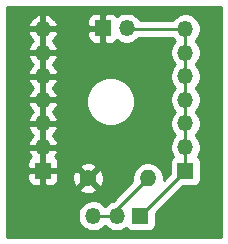
<source format=gtl>
%TF.GenerationSoftware,KiCad,Pcbnew,(5.1.12-1-10_14)*%
%TF.CreationDate,2021-12-06T02:25:41+01:00*%
%TF.ProjectId,contraddictionLamp_signals,636f6e74-7261-4646-9469-6374696f6e4c,1*%
%TF.SameCoordinates,Original*%
%TF.FileFunction,Copper,L1,Top*%
%TF.FilePolarity,Positive*%
%FSLAX46Y46*%
G04 Gerber Fmt 4.6, Leading zero omitted, Abs format (unit mm)*
G04 Created by KiCad (PCBNEW (5.1.12-1-10_14)) date 2021-12-06 02:25:41*
%MOMM*%
%LPD*%
G01*
G04 APERTURE LIST*
%TA.AperFunction,ComponentPad*%
%ADD10O,1.400000X1.400000*%
%TD*%
%TA.AperFunction,ComponentPad*%
%ADD11C,1.400000*%
%TD*%
%TA.AperFunction,ComponentPad*%
%ADD12O,1.350000X1.350000*%
%TD*%
%TA.AperFunction,ComponentPad*%
%ADD13R,1.350000X1.350000*%
%TD*%
%TA.AperFunction,Conductor*%
%ADD14C,0.250000*%
%TD*%
%TA.AperFunction,Conductor*%
%ADD15C,0.254000*%
%TD*%
%TA.AperFunction,Conductor*%
%ADD16C,0.100000*%
%TD*%
G04 APERTURE END LIST*
D10*
%TO.P,R1,2*%
%TO.N,Net-(J4-Pad2)*%
X116205000Y-92075000D03*
D11*
%TO.P,R1,1*%
%TO.N,/Gnd*%
X111125000Y-92075000D03*
%TD*%
D12*
%TO.P,J4,3*%
%TO.N,Net-(J4-Pad2)*%
X111570000Y-95250000D03*
%TO.P,J4,2*%
X113570000Y-95250000D03*
D13*
%TO.P,J4,1*%
%TO.N,/+5v*%
X115570000Y-95250000D03*
%TD*%
D12*
%TO.P,J3,7*%
%TO.N,/+5v*%
X119380000Y-79440000D03*
%TO.P,J3,6*%
X119380000Y-81440000D03*
%TO.P,J3,5*%
X119380000Y-83440000D03*
%TO.P,J3,4*%
X119380000Y-85440000D03*
%TO.P,J3,3*%
X119380000Y-87440000D03*
%TO.P,J3,2*%
X119380000Y-89440000D03*
D13*
%TO.P,J3,1*%
X119380000Y-91440000D03*
%TD*%
D12*
%TO.P,J2,2*%
%TO.N,/+5v*%
X114395000Y-79375000D03*
D13*
%TO.P,J2,1*%
%TO.N,/Gnd*%
X112395000Y-79375000D03*
%TD*%
D12*
%TO.P,J1,7*%
%TO.N,/Gnd*%
X107315000Y-79440000D03*
%TO.P,J1,6*%
X107315000Y-81440000D03*
%TO.P,J1,5*%
X107315000Y-83440000D03*
%TO.P,J1,4*%
X107315000Y-85440000D03*
%TO.P,J1,3*%
X107315000Y-87440000D03*
%TO.P,J1,2*%
X107315000Y-89440000D03*
D13*
%TO.P,J1,1*%
X107315000Y-91440000D03*
%TD*%
D14*
%TO.N,/Gnd*%
X112330000Y-79440000D02*
X112395000Y-79375000D01*
X107315000Y-79440000D02*
X112330000Y-79440000D01*
X107315000Y-79440000D02*
X107315000Y-91440000D01*
X110490000Y-91440000D02*
X111125000Y-92075000D01*
X107315000Y-91440000D02*
X110490000Y-91440000D01*
%TO.N,/+5v*%
X115570000Y-95250000D02*
X119380000Y-91440000D01*
X119380000Y-91440000D02*
X119380000Y-79440000D01*
X114460000Y-79440000D02*
X114395000Y-79375000D01*
X119380000Y-79440000D02*
X114460000Y-79440000D01*
%TO.N,Net-(J4-Pad2)*%
X113570000Y-94710000D02*
X113570000Y-95250000D01*
X116205000Y-92075000D02*
X113570000Y-94710000D01*
X113570000Y-95250000D02*
X111570000Y-95250000D01*
%TD*%
D15*
%TO.N,/Gnd*%
X122428000Y-97028000D02*
X104267000Y-97028000D01*
X104267000Y-95120976D01*
X110260000Y-95120976D01*
X110260000Y-95379024D01*
X110310342Y-95632113D01*
X110409093Y-95870518D01*
X110552456Y-96085077D01*
X110734923Y-96267544D01*
X110949482Y-96410907D01*
X111187887Y-96509658D01*
X111440976Y-96560000D01*
X111699024Y-96560000D01*
X111952113Y-96509658D01*
X112190518Y-96410907D01*
X112405077Y-96267544D01*
X112570000Y-96102621D01*
X112734923Y-96267544D01*
X112949482Y-96410907D01*
X113187887Y-96509658D01*
X113440976Y-96560000D01*
X113699024Y-96560000D01*
X113952113Y-96509658D01*
X114190518Y-96410907D01*
X114372513Y-96289303D01*
X114443815Y-96376185D01*
X114540506Y-96455537D01*
X114650820Y-96514502D01*
X114770518Y-96550812D01*
X114895000Y-96563072D01*
X116245000Y-96563072D01*
X116369482Y-96550812D01*
X116489180Y-96514502D01*
X116599494Y-96455537D01*
X116696185Y-96376185D01*
X116775537Y-96279494D01*
X116834502Y-96169180D01*
X116870812Y-96049482D01*
X116883072Y-95925000D01*
X116883072Y-95011729D01*
X119141730Y-92753072D01*
X120055000Y-92753072D01*
X120179482Y-92740812D01*
X120299180Y-92704502D01*
X120409494Y-92645537D01*
X120506185Y-92566185D01*
X120585537Y-92469494D01*
X120644502Y-92359180D01*
X120680812Y-92239482D01*
X120693072Y-92115000D01*
X120693072Y-90765000D01*
X120680812Y-90640518D01*
X120644502Y-90520820D01*
X120585537Y-90410506D01*
X120506185Y-90313815D01*
X120419303Y-90242513D01*
X120540907Y-90060518D01*
X120639658Y-89822113D01*
X120690000Y-89569024D01*
X120690000Y-89310976D01*
X120639658Y-89057887D01*
X120540907Y-88819482D01*
X120397544Y-88604923D01*
X120232621Y-88440000D01*
X120397544Y-88275077D01*
X120540907Y-88060518D01*
X120639658Y-87822113D01*
X120690000Y-87569024D01*
X120690000Y-87310976D01*
X120639658Y-87057887D01*
X120540907Y-86819482D01*
X120397544Y-86604923D01*
X120232621Y-86440000D01*
X120397544Y-86275077D01*
X120540907Y-86060518D01*
X120639658Y-85822113D01*
X120690000Y-85569024D01*
X120690000Y-85310976D01*
X120639658Y-85057887D01*
X120540907Y-84819482D01*
X120397544Y-84604923D01*
X120232621Y-84440000D01*
X120397544Y-84275077D01*
X120540907Y-84060518D01*
X120639658Y-83822113D01*
X120690000Y-83569024D01*
X120690000Y-83310976D01*
X120639658Y-83057887D01*
X120540907Y-82819482D01*
X120397544Y-82604923D01*
X120232621Y-82440000D01*
X120397544Y-82275077D01*
X120540907Y-82060518D01*
X120639658Y-81822113D01*
X120690000Y-81569024D01*
X120690000Y-81310976D01*
X120639658Y-81057887D01*
X120540907Y-80819482D01*
X120397544Y-80604923D01*
X120232621Y-80440000D01*
X120397544Y-80275077D01*
X120540907Y-80060518D01*
X120639658Y-79822113D01*
X120690000Y-79569024D01*
X120690000Y-79310976D01*
X120639658Y-79057887D01*
X120540907Y-78819482D01*
X120397544Y-78604923D01*
X120215077Y-78422456D01*
X120000518Y-78279093D01*
X119762113Y-78180342D01*
X119509024Y-78130000D01*
X119250976Y-78130000D01*
X118997887Y-78180342D01*
X118759482Y-78279093D01*
X118544923Y-78422456D01*
X118362456Y-78604923D01*
X118312291Y-78680000D01*
X115506140Y-78680000D01*
X115412544Y-78539923D01*
X115230077Y-78357456D01*
X115015518Y-78214093D01*
X114777113Y-78115342D01*
X114524024Y-78065000D01*
X114265976Y-78065000D01*
X114012887Y-78115342D01*
X113774482Y-78214093D01*
X113592487Y-78335697D01*
X113521185Y-78248815D01*
X113424494Y-78169463D01*
X113314180Y-78110498D01*
X113194482Y-78074188D01*
X113070000Y-78061928D01*
X112680750Y-78065000D01*
X112522000Y-78223750D01*
X112522000Y-79248000D01*
X112542000Y-79248000D01*
X112542000Y-79502000D01*
X112522000Y-79502000D01*
X112522000Y-80526250D01*
X112680750Y-80685000D01*
X113070000Y-80688072D01*
X113194482Y-80675812D01*
X113314180Y-80639502D01*
X113424494Y-80580537D01*
X113521185Y-80501185D01*
X113592487Y-80414303D01*
X113774482Y-80535907D01*
X114012887Y-80634658D01*
X114265976Y-80685000D01*
X114524024Y-80685000D01*
X114777113Y-80634658D01*
X115015518Y-80535907D01*
X115230077Y-80392544D01*
X115412544Y-80210077D01*
X115419277Y-80200000D01*
X118312291Y-80200000D01*
X118362456Y-80275077D01*
X118527379Y-80440000D01*
X118362456Y-80604923D01*
X118219093Y-80819482D01*
X118120342Y-81057887D01*
X118070000Y-81310976D01*
X118070000Y-81569024D01*
X118120342Y-81822113D01*
X118219093Y-82060518D01*
X118362456Y-82275077D01*
X118527379Y-82440000D01*
X118362456Y-82604923D01*
X118219093Y-82819482D01*
X118120342Y-83057887D01*
X118070000Y-83310976D01*
X118070000Y-83569024D01*
X118120342Y-83822113D01*
X118219093Y-84060518D01*
X118362456Y-84275077D01*
X118527379Y-84440000D01*
X118362456Y-84604923D01*
X118219093Y-84819482D01*
X118120342Y-85057887D01*
X118070000Y-85310976D01*
X118070000Y-85569024D01*
X118120342Y-85822113D01*
X118219093Y-86060518D01*
X118362456Y-86275077D01*
X118527379Y-86440000D01*
X118362456Y-86604923D01*
X118219093Y-86819482D01*
X118120342Y-87057887D01*
X118070000Y-87310976D01*
X118070000Y-87569024D01*
X118120342Y-87822113D01*
X118219093Y-88060518D01*
X118362456Y-88275077D01*
X118527379Y-88440000D01*
X118362456Y-88604923D01*
X118219093Y-88819482D01*
X118120342Y-89057887D01*
X118070000Y-89310976D01*
X118070000Y-89569024D01*
X118120342Y-89822113D01*
X118219093Y-90060518D01*
X118340697Y-90242513D01*
X118253815Y-90313815D01*
X118174463Y-90410506D01*
X118115498Y-90520820D01*
X118079188Y-90640518D01*
X118066928Y-90765000D01*
X118066928Y-91678270D01*
X117540000Y-92205198D01*
X117540000Y-91943514D01*
X117488696Y-91685595D01*
X117388061Y-91442641D01*
X117241962Y-91223987D01*
X117056013Y-91038038D01*
X116837359Y-90891939D01*
X116594405Y-90791304D01*
X116336486Y-90740000D01*
X116073514Y-90740000D01*
X115815595Y-90791304D01*
X115572641Y-90891939D01*
X115353987Y-91038038D01*
X115168038Y-91223987D01*
X115021939Y-91442641D01*
X114921304Y-91685595D01*
X114870000Y-91943514D01*
X114870000Y-92206486D01*
X114891355Y-92313843D01*
X113221554Y-93983645D01*
X113187887Y-93990342D01*
X112949482Y-94089093D01*
X112734923Y-94232456D01*
X112570000Y-94397379D01*
X112405077Y-94232456D01*
X112190518Y-94089093D01*
X111952113Y-93990342D01*
X111699024Y-93940000D01*
X111440976Y-93940000D01*
X111187887Y-93990342D01*
X110949482Y-94089093D01*
X110734923Y-94232456D01*
X110552456Y-94414923D01*
X110409093Y-94629482D01*
X110310342Y-94867887D01*
X110260000Y-95120976D01*
X104267000Y-95120976D01*
X104267000Y-92996269D01*
X110383336Y-92996269D01*
X110442797Y-93230037D01*
X110681242Y-93340934D01*
X110936740Y-93403183D01*
X111199473Y-93414390D01*
X111459344Y-93374125D01*
X111706366Y-93283935D01*
X111807203Y-93230037D01*
X111866664Y-92996269D01*
X111125000Y-92254605D01*
X110383336Y-92996269D01*
X104267000Y-92996269D01*
X104267000Y-92115000D01*
X106001928Y-92115000D01*
X106014188Y-92239482D01*
X106050498Y-92359180D01*
X106109463Y-92469494D01*
X106188815Y-92566185D01*
X106285506Y-92645537D01*
X106395820Y-92704502D01*
X106515518Y-92740812D01*
X106640000Y-92753072D01*
X107029250Y-92750000D01*
X107188000Y-92591250D01*
X107188000Y-91567000D01*
X107442000Y-91567000D01*
X107442000Y-92591250D01*
X107600750Y-92750000D01*
X107990000Y-92753072D01*
X108114482Y-92740812D01*
X108234180Y-92704502D01*
X108344494Y-92645537D01*
X108441185Y-92566185D01*
X108520537Y-92469494D01*
X108579502Y-92359180D01*
X108615812Y-92239482D01*
X108624676Y-92149473D01*
X109785610Y-92149473D01*
X109825875Y-92409344D01*
X109916065Y-92656366D01*
X109969963Y-92757203D01*
X110203731Y-92816664D01*
X110945395Y-92075000D01*
X111304605Y-92075000D01*
X112046269Y-92816664D01*
X112280037Y-92757203D01*
X112390934Y-92518758D01*
X112453183Y-92263260D01*
X112464390Y-92000527D01*
X112424125Y-91740656D01*
X112333935Y-91493634D01*
X112280037Y-91392797D01*
X112046269Y-91333336D01*
X111304605Y-92075000D01*
X110945395Y-92075000D01*
X110203731Y-91333336D01*
X109969963Y-91392797D01*
X109859066Y-91631242D01*
X109796817Y-91886740D01*
X109785610Y-92149473D01*
X108624676Y-92149473D01*
X108628072Y-92115000D01*
X108625000Y-91725750D01*
X108466250Y-91567000D01*
X107442000Y-91567000D01*
X107188000Y-91567000D01*
X106163750Y-91567000D01*
X106005000Y-91725750D01*
X106001928Y-92115000D01*
X104267000Y-92115000D01*
X104267000Y-90765000D01*
X106001928Y-90765000D01*
X106005000Y-91154250D01*
X106163750Y-91313000D01*
X107188000Y-91313000D01*
X107188000Y-89567000D01*
X107442000Y-89567000D01*
X107442000Y-91313000D01*
X108466250Y-91313000D01*
X108625000Y-91154250D01*
X108625004Y-91153731D01*
X110383336Y-91153731D01*
X111125000Y-91895395D01*
X111866664Y-91153731D01*
X111807203Y-90919963D01*
X111568758Y-90809066D01*
X111313260Y-90746817D01*
X111050527Y-90735610D01*
X110790656Y-90775875D01*
X110543634Y-90866065D01*
X110442797Y-90919963D01*
X110383336Y-91153731D01*
X108625004Y-91153731D01*
X108628072Y-90765000D01*
X108615812Y-90640518D01*
X108579502Y-90520820D01*
X108520537Y-90410506D01*
X108441185Y-90313815D01*
X108347441Y-90236881D01*
X108444473Y-90103629D01*
X108552238Y-89870528D01*
X108582910Y-89769400D01*
X108459224Y-89567000D01*
X107442000Y-89567000D01*
X107188000Y-89567000D01*
X106170776Y-89567000D01*
X106047090Y-89769400D01*
X106077762Y-89870528D01*
X106185527Y-90103629D01*
X106282559Y-90236881D01*
X106188815Y-90313815D01*
X106109463Y-90410506D01*
X106050498Y-90520820D01*
X106014188Y-90640518D01*
X106001928Y-90765000D01*
X104267000Y-90765000D01*
X104267000Y-87769400D01*
X106047090Y-87769400D01*
X106077762Y-87870528D01*
X106185527Y-88103629D01*
X106336697Y-88311227D01*
X106476304Y-88440000D01*
X106336697Y-88568773D01*
X106185527Y-88776371D01*
X106077762Y-89009472D01*
X106047090Y-89110600D01*
X106170776Y-89313000D01*
X107188000Y-89313000D01*
X107188000Y-87567000D01*
X107442000Y-87567000D01*
X107442000Y-89313000D01*
X108459224Y-89313000D01*
X108582910Y-89110600D01*
X108552238Y-89009472D01*
X108444473Y-88776371D01*
X108293303Y-88568773D01*
X108153696Y-88440000D01*
X108293303Y-88311227D01*
X108444473Y-88103629D01*
X108552238Y-87870528D01*
X108582910Y-87769400D01*
X108459224Y-87567000D01*
X107442000Y-87567000D01*
X107188000Y-87567000D01*
X106170776Y-87567000D01*
X106047090Y-87769400D01*
X104267000Y-87769400D01*
X104267000Y-85769400D01*
X106047090Y-85769400D01*
X106077762Y-85870528D01*
X106185527Y-86103629D01*
X106336697Y-86311227D01*
X106476304Y-86440000D01*
X106336697Y-86568773D01*
X106185527Y-86776371D01*
X106077762Y-87009472D01*
X106047090Y-87110600D01*
X106170776Y-87313000D01*
X107188000Y-87313000D01*
X107188000Y-85567000D01*
X107442000Y-85567000D01*
X107442000Y-87313000D01*
X108459224Y-87313000D01*
X108582910Y-87110600D01*
X108552238Y-87009472D01*
X108444473Y-86776371D01*
X108293303Y-86568773D01*
X108153696Y-86440000D01*
X108293303Y-86311227D01*
X108444473Y-86103629D01*
X108552238Y-85870528D01*
X108582910Y-85769400D01*
X108459224Y-85567000D01*
X107442000Y-85567000D01*
X107188000Y-85567000D01*
X106170776Y-85567000D01*
X106047090Y-85769400D01*
X104267000Y-85769400D01*
X104267000Y-85369271D01*
X110940209Y-85369271D01*
X110940209Y-85780923D01*
X111020518Y-86184667D01*
X111178051Y-86564984D01*
X111406753Y-86907261D01*
X111697836Y-87198344D01*
X112040113Y-87427046D01*
X112420430Y-87584579D01*
X112824174Y-87664888D01*
X113235826Y-87664888D01*
X113639570Y-87584579D01*
X114019887Y-87427046D01*
X114362164Y-87198344D01*
X114653247Y-86907261D01*
X114881949Y-86564984D01*
X115039482Y-86184667D01*
X115119791Y-85780923D01*
X115119791Y-85369271D01*
X115039482Y-84965527D01*
X114881949Y-84585210D01*
X114653247Y-84242933D01*
X114362164Y-83951850D01*
X114019887Y-83723148D01*
X113639570Y-83565615D01*
X113235826Y-83485306D01*
X112824174Y-83485306D01*
X112420430Y-83565615D01*
X112040113Y-83723148D01*
X111697836Y-83951850D01*
X111406753Y-84242933D01*
X111178051Y-84585210D01*
X111020518Y-84965527D01*
X110940209Y-85369271D01*
X104267000Y-85369271D01*
X104267000Y-83769400D01*
X106047090Y-83769400D01*
X106077762Y-83870528D01*
X106185527Y-84103629D01*
X106336697Y-84311227D01*
X106476304Y-84440000D01*
X106336697Y-84568773D01*
X106185527Y-84776371D01*
X106077762Y-85009472D01*
X106047090Y-85110600D01*
X106170776Y-85313000D01*
X107188000Y-85313000D01*
X107188000Y-83567000D01*
X107442000Y-83567000D01*
X107442000Y-85313000D01*
X108459224Y-85313000D01*
X108582910Y-85110600D01*
X108552238Y-85009472D01*
X108444473Y-84776371D01*
X108293303Y-84568773D01*
X108153696Y-84440000D01*
X108293303Y-84311227D01*
X108444473Y-84103629D01*
X108552238Y-83870528D01*
X108582910Y-83769400D01*
X108459224Y-83567000D01*
X107442000Y-83567000D01*
X107188000Y-83567000D01*
X106170776Y-83567000D01*
X106047090Y-83769400D01*
X104267000Y-83769400D01*
X104267000Y-81769400D01*
X106047090Y-81769400D01*
X106077762Y-81870528D01*
X106185527Y-82103629D01*
X106336697Y-82311227D01*
X106476304Y-82440000D01*
X106336697Y-82568773D01*
X106185527Y-82776371D01*
X106077762Y-83009472D01*
X106047090Y-83110600D01*
X106170776Y-83313000D01*
X107188000Y-83313000D01*
X107188000Y-81567000D01*
X107442000Y-81567000D01*
X107442000Y-83313000D01*
X108459224Y-83313000D01*
X108582910Y-83110600D01*
X108552238Y-83009472D01*
X108444473Y-82776371D01*
X108293303Y-82568773D01*
X108153696Y-82440000D01*
X108293303Y-82311227D01*
X108444473Y-82103629D01*
X108552238Y-81870528D01*
X108582910Y-81769400D01*
X108459224Y-81567000D01*
X107442000Y-81567000D01*
X107188000Y-81567000D01*
X106170776Y-81567000D01*
X106047090Y-81769400D01*
X104267000Y-81769400D01*
X104267000Y-79769400D01*
X106047090Y-79769400D01*
X106077762Y-79870528D01*
X106185527Y-80103629D01*
X106336697Y-80311227D01*
X106476304Y-80440000D01*
X106336697Y-80568773D01*
X106185527Y-80776371D01*
X106077762Y-81009472D01*
X106047090Y-81110600D01*
X106170776Y-81313000D01*
X107188000Y-81313000D01*
X107188000Y-79567000D01*
X107442000Y-79567000D01*
X107442000Y-81313000D01*
X108459224Y-81313000D01*
X108582910Y-81110600D01*
X108552238Y-81009472D01*
X108444473Y-80776371D01*
X108293303Y-80568773D01*
X108153696Y-80440000D01*
X108293303Y-80311227D01*
X108444473Y-80103629D01*
X108469266Y-80050000D01*
X111081928Y-80050000D01*
X111094188Y-80174482D01*
X111130498Y-80294180D01*
X111189463Y-80404494D01*
X111268815Y-80501185D01*
X111365506Y-80580537D01*
X111475820Y-80639502D01*
X111595518Y-80675812D01*
X111720000Y-80688072D01*
X112109250Y-80685000D01*
X112268000Y-80526250D01*
X112268000Y-79502000D01*
X111243750Y-79502000D01*
X111085000Y-79660750D01*
X111081928Y-80050000D01*
X108469266Y-80050000D01*
X108552238Y-79870528D01*
X108582910Y-79769400D01*
X108459224Y-79567000D01*
X107442000Y-79567000D01*
X107188000Y-79567000D01*
X106170776Y-79567000D01*
X106047090Y-79769400D01*
X104267000Y-79769400D01*
X104267000Y-79110600D01*
X106047090Y-79110600D01*
X106170776Y-79313000D01*
X107188000Y-79313000D01*
X107188000Y-78294915D01*
X107442000Y-78294915D01*
X107442000Y-79313000D01*
X108459224Y-79313000D01*
X108582910Y-79110600D01*
X108552238Y-79009472D01*
X108444473Y-78776371D01*
X108388861Y-78700000D01*
X111081928Y-78700000D01*
X111085000Y-79089250D01*
X111243750Y-79248000D01*
X112268000Y-79248000D01*
X112268000Y-78223750D01*
X112109250Y-78065000D01*
X111720000Y-78061928D01*
X111595518Y-78074188D01*
X111475820Y-78110498D01*
X111365506Y-78169463D01*
X111268815Y-78248815D01*
X111189463Y-78345506D01*
X111130498Y-78455820D01*
X111094188Y-78575518D01*
X111081928Y-78700000D01*
X108388861Y-78700000D01*
X108293303Y-78568773D01*
X108104537Y-78394656D01*
X107885430Y-78260711D01*
X107644401Y-78172085D01*
X107442000Y-78294915D01*
X107188000Y-78294915D01*
X106985599Y-78172085D01*
X106744570Y-78260711D01*
X106525463Y-78394656D01*
X106336697Y-78568773D01*
X106185527Y-78776371D01*
X106077762Y-79009472D01*
X106047090Y-79110600D01*
X104267000Y-79110600D01*
X104267000Y-77597000D01*
X122428000Y-77597000D01*
X122428000Y-97028000D01*
%TA.AperFunction,Conductor*%
D16*
G36*
X122428000Y-97028000D02*
G01*
X104267000Y-97028000D01*
X104267000Y-95120976D01*
X110260000Y-95120976D01*
X110260000Y-95379024D01*
X110310342Y-95632113D01*
X110409093Y-95870518D01*
X110552456Y-96085077D01*
X110734923Y-96267544D01*
X110949482Y-96410907D01*
X111187887Y-96509658D01*
X111440976Y-96560000D01*
X111699024Y-96560000D01*
X111952113Y-96509658D01*
X112190518Y-96410907D01*
X112405077Y-96267544D01*
X112570000Y-96102621D01*
X112734923Y-96267544D01*
X112949482Y-96410907D01*
X113187887Y-96509658D01*
X113440976Y-96560000D01*
X113699024Y-96560000D01*
X113952113Y-96509658D01*
X114190518Y-96410907D01*
X114372513Y-96289303D01*
X114443815Y-96376185D01*
X114540506Y-96455537D01*
X114650820Y-96514502D01*
X114770518Y-96550812D01*
X114895000Y-96563072D01*
X116245000Y-96563072D01*
X116369482Y-96550812D01*
X116489180Y-96514502D01*
X116599494Y-96455537D01*
X116696185Y-96376185D01*
X116775537Y-96279494D01*
X116834502Y-96169180D01*
X116870812Y-96049482D01*
X116883072Y-95925000D01*
X116883072Y-95011729D01*
X119141730Y-92753072D01*
X120055000Y-92753072D01*
X120179482Y-92740812D01*
X120299180Y-92704502D01*
X120409494Y-92645537D01*
X120506185Y-92566185D01*
X120585537Y-92469494D01*
X120644502Y-92359180D01*
X120680812Y-92239482D01*
X120693072Y-92115000D01*
X120693072Y-90765000D01*
X120680812Y-90640518D01*
X120644502Y-90520820D01*
X120585537Y-90410506D01*
X120506185Y-90313815D01*
X120419303Y-90242513D01*
X120540907Y-90060518D01*
X120639658Y-89822113D01*
X120690000Y-89569024D01*
X120690000Y-89310976D01*
X120639658Y-89057887D01*
X120540907Y-88819482D01*
X120397544Y-88604923D01*
X120232621Y-88440000D01*
X120397544Y-88275077D01*
X120540907Y-88060518D01*
X120639658Y-87822113D01*
X120690000Y-87569024D01*
X120690000Y-87310976D01*
X120639658Y-87057887D01*
X120540907Y-86819482D01*
X120397544Y-86604923D01*
X120232621Y-86440000D01*
X120397544Y-86275077D01*
X120540907Y-86060518D01*
X120639658Y-85822113D01*
X120690000Y-85569024D01*
X120690000Y-85310976D01*
X120639658Y-85057887D01*
X120540907Y-84819482D01*
X120397544Y-84604923D01*
X120232621Y-84440000D01*
X120397544Y-84275077D01*
X120540907Y-84060518D01*
X120639658Y-83822113D01*
X120690000Y-83569024D01*
X120690000Y-83310976D01*
X120639658Y-83057887D01*
X120540907Y-82819482D01*
X120397544Y-82604923D01*
X120232621Y-82440000D01*
X120397544Y-82275077D01*
X120540907Y-82060518D01*
X120639658Y-81822113D01*
X120690000Y-81569024D01*
X120690000Y-81310976D01*
X120639658Y-81057887D01*
X120540907Y-80819482D01*
X120397544Y-80604923D01*
X120232621Y-80440000D01*
X120397544Y-80275077D01*
X120540907Y-80060518D01*
X120639658Y-79822113D01*
X120690000Y-79569024D01*
X120690000Y-79310976D01*
X120639658Y-79057887D01*
X120540907Y-78819482D01*
X120397544Y-78604923D01*
X120215077Y-78422456D01*
X120000518Y-78279093D01*
X119762113Y-78180342D01*
X119509024Y-78130000D01*
X119250976Y-78130000D01*
X118997887Y-78180342D01*
X118759482Y-78279093D01*
X118544923Y-78422456D01*
X118362456Y-78604923D01*
X118312291Y-78680000D01*
X115506140Y-78680000D01*
X115412544Y-78539923D01*
X115230077Y-78357456D01*
X115015518Y-78214093D01*
X114777113Y-78115342D01*
X114524024Y-78065000D01*
X114265976Y-78065000D01*
X114012887Y-78115342D01*
X113774482Y-78214093D01*
X113592487Y-78335697D01*
X113521185Y-78248815D01*
X113424494Y-78169463D01*
X113314180Y-78110498D01*
X113194482Y-78074188D01*
X113070000Y-78061928D01*
X112680750Y-78065000D01*
X112522000Y-78223750D01*
X112522000Y-79248000D01*
X112542000Y-79248000D01*
X112542000Y-79502000D01*
X112522000Y-79502000D01*
X112522000Y-80526250D01*
X112680750Y-80685000D01*
X113070000Y-80688072D01*
X113194482Y-80675812D01*
X113314180Y-80639502D01*
X113424494Y-80580537D01*
X113521185Y-80501185D01*
X113592487Y-80414303D01*
X113774482Y-80535907D01*
X114012887Y-80634658D01*
X114265976Y-80685000D01*
X114524024Y-80685000D01*
X114777113Y-80634658D01*
X115015518Y-80535907D01*
X115230077Y-80392544D01*
X115412544Y-80210077D01*
X115419277Y-80200000D01*
X118312291Y-80200000D01*
X118362456Y-80275077D01*
X118527379Y-80440000D01*
X118362456Y-80604923D01*
X118219093Y-80819482D01*
X118120342Y-81057887D01*
X118070000Y-81310976D01*
X118070000Y-81569024D01*
X118120342Y-81822113D01*
X118219093Y-82060518D01*
X118362456Y-82275077D01*
X118527379Y-82440000D01*
X118362456Y-82604923D01*
X118219093Y-82819482D01*
X118120342Y-83057887D01*
X118070000Y-83310976D01*
X118070000Y-83569024D01*
X118120342Y-83822113D01*
X118219093Y-84060518D01*
X118362456Y-84275077D01*
X118527379Y-84440000D01*
X118362456Y-84604923D01*
X118219093Y-84819482D01*
X118120342Y-85057887D01*
X118070000Y-85310976D01*
X118070000Y-85569024D01*
X118120342Y-85822113D01*
X118219093Y-86060518D01*
X118362456Y-86275077D01*
X118527379Y-86440000D01*
X118362456Y-86604923D01*
X118219093Y-86819482D01*
X118120342Y-87057887D01*
X118070000Y-87310976D01*
X118070000Y-87569024D01*
X118120342Y-87822113D01*
X118219093Y-88060518D01*
X118362456Y-88275077D01*
X118527379Y-88440000D01*
X118362456Y-88604923D01*
X118219093Y-88819482D01*
X118120342Y-89057887D01*
X118070000Y-89310976D01*
X118070000Y-89569024D01*
X118120342Y-89822113D01*
X118219093Y-90060518D01*
X118340697Y-90242513D01*
X118253815Y-90313815D01*
X118174463Y-90410506D01*
X118115498Y-90520820D01*
X118079188Y-90640518D01*
X118066928Y-90765000D01*
X118066928Y-91678270D01*
X117540000Y-92205198D01*
X117540000Y-91943514D01*
X117488696Y-91685595D01*
X117388061Y-91442641D01*
X117241962Y-91223987D01*
X117056013Y-91038038D01*
X116837359Y-90891939D01*
X116594405Y-90791304D01*
X116336486Y-90740000D01*
X116073514Y-90740000D01*
X115815595Y-90791304D01*
X115572641Y-90891939D01*
X115353987Y-91038038D01*
X115168038Y-91223987D01*
X115021939Y-91442641D01*
X114921304Y-91685595D01*
X114870000Y-91943514D01*
X114870000Y-92206486D01*
X114891355Y-92313843D01*
X113221554Y-93983645D01*
X113187887Y-93990342D01*
X112949482Y-94089093D01*
X112734923Y-94232456D01*
X112570000Y-94397379D01*
X112405077Y-94232456D01*
X112190518Y-94089093D01*
X111952113Y-93990342D01*
X111699024Y-93940000D01*
X111440976Y-93940000D01*
X111187887Y-93990342D01*
X110949482Y-94089093D01*
X110734923Y-94232456D01*
X110552456Y-94414923D01*
X110409093Y-94629482D01*
X110310342Y-94867887D01*
X110260000Y-95120976D01*
X104267000Y-95120976D01*
X104267000Y-92996269D01*
X110383336Y-92996269D01*
X110442797Y-93230037D01*
X110681242Y-93340934D01*
X110936740Y-93403183D01*
X111199473Y-93414390D01*
X111459344Y-93374125D01*
X111706366Y-93283935D01*
X111807203Y-93230037D01*
X111866664Y-92996269D01*
X111125000Y-92254605D01*
X110383336Y-92996269D01*
X104267000Y-92996269D01*
X104267000Y-92115000D01*
X106001928Y-92115000D01*
X106014188Y-92239482D01*
X106050498Y-92359180D01*
X106109463Y-92469494D01*
X106188815Y-92566185D01*
X106285506Y-92645537D01*
X106395820Y-92704502D01*
X106515518Y-92740812D01*
X106640000Y-92753072D01*
X107029250Y-92750000D01*
X107188000Y-92591250D01*
X107188000Y-91567000D01*
X107442000Y-91567000D01*
X107442000Y-92591250D01*
X107600750Y-92750000D01*
X107990000Y-92753072D01*
X108114482Y-92740812D01*
X108234180Y-92704502D01*
X108344494Y-92645537D01*
X108441185Y-92566185D01*
X108520537Y-92469494D01*
X108579502Y-92359180D01*
X108615812Y-92239482D01*
X108624676Y-92149473D01*
X109785610Y-92149473D01*
X109825875Y-92409344D01*
X109916065Y-92656366D01*
X109969963Y-92757203D01*
X110203731Y-92816664D01*
X110945395Y-92075000D01*
X111304605Y-92075000D01*
X112046269Y-92816664D01*
X112280037Y-92757203D01*
X112390934Y-92518758D01*
X112453183Y-92263260D01*
X112464390Y-92000527D01*
X112424125Y-91740656D01*
X112333935Y-91493634D01*
X112280037Y-91392797D01*
X112046269Y-91333336D01*
X111304605Y-92075000D01*
X110945395Y-92075000D01*
X110203731Y-91333336D01*
X109969963Y-91392797D01*
X109859066Y-91631242D01*
X109796817Y-91886740D01*
X109785610Y-92149473D01*
X108624676Y-92149473D01*
X108628072Y-92115000D01*
X108625000Y-91725750D01*
X108466250Y-91567000D01*
X107442000Y-91567000D01*
X107188000Y-91567000D01*
X106163750Y-91567000D01*
X106005000Y-91725750D01*
X106001928Y-92115000D01*
X104267000Y-92115000D01*
X104267000Y-90765000D01*
X106001928Y-90765000D01*
X106005000Y-91154250D01*
X106163750Y-91313000D01*
X107188000Y-91313000D01*
X107188000Y-89567000D01*
X107442000Y-89567000D01*
X107442000Y-91313000D01*
X108466250Y-91313000D01*
X108625000Y-91154250D01*
X108625004Y-91153731D01*
X110383336Y-91153731D01*
X111125000Y-91895395D01*
X111866664Y-91153731D01*
X111807203Y-90919963D01*
X111568758Y-90809066D01*
X111313260Y-90746817D01*
X111050527Y-90735610D01*
X110790656Y-90775875D01*
X110543634Y-90866065D01*
X110442797Y-90919963D01*
X110383336Y-91153731D01*
X108625004Y-91153731D01*
X108628072Y-90765000D01*
X108615812Y-90640518D01*
X108579502Y-90520820D01*
X108520537Y-90410506D01*
X108441185Y-90313815D01*
X108347441Y-90236881D01*
X108444473Y-90103629D01*
X108552238Y-89870528D01*
X108582910Y-89769400D01*
X108459224Y-89567000D01*
X107442000Y-89567000D01*
X107188000Y-89567000D01*
X106170776Y-89567000D01*
X106047090Y-89769400D01*
X106077762Y-89870528D01*
X106185527Y-90103629D01*
X106282559Y-90236881D01*
X106188815Y-90313815D01*
X106109463Y-90410506D01*
X106050498Y-90520820D01*
X106014188Y-90640518D01*
X106001928Y-90765000D01*
X104267000Y-90765000D01*
X104267000Y-87769400D01*
X106047090Y-87769400D01*
X106077762Y-87870528D01*
X106185527Y-88103629D01*
X106336697Y-88311227D01*
X106476304Y-88440000D01*
X106336697Y-88568773D01*
X106185527Y-88776371D01*
X106077762Y-89009472D01*
X106047090Y-89110600D01*
X106170776Y-89313000D01*
X107188000Y-89313000D01*
X107188000Y-87567000D01*
X107442000Y-87567000D01*
X107442000Y-89313000D01*
X108459224Y-89313000D01*
X108582910Y-89110600D01*
X108552238Y-89009472D01*
X108444473Y-88776371D01*
X108293303Y-88568773D01*
X108153696Y-88440000D01*
X108293303Y-88311227D01*
X108444473Y-88103629D01*
X108552238Y-87870528D01*
X108582910Y-87769400D01*
X108459224Y-87567000D01*
X107442000Y-87567000D01*
X107188000Y-87567000D01*
X106170776Y-87567000D01*
X106047090Y-87769400D01*
X104267000Y-87769400D01*
X104267000Y-85769400D01*
X106047090Y-85769400D01*
X106077762Y-85870528D01*
X106185527Y-86103629D01*
X106336697Y-86311227D01*
X106476304Y-86440000D01*
X106336697Y-86568773D01*
X106185527Y-86776371D01*
X106077762Y-87009472D01*
X106047090Y-87110600D01*
X106170776Y-87313000D01*
X107188000Y-87313000D01*
X107188000Y-85567000D01*
X107442000Y-85567000D01*
X107442000Y-87313000D01*
X108459224Y-87313000D01*
X108582910Y-87110600D01*
X108552238Y-87009472D01*
X108444473Y-86776371D01*
X108293303Y-86568773D01*
X108153696Y-86440000D01*
X108293303Y-86311227D01*
X108444473Y-86103629D01*
X108552238Y-85870528D01*
X108582910Y-85769400D01*
X108459224Y-85567000D01*
X107442000Y-85567000D01*
X107188000Y-85567000D01*
X106170776Y-85567000D01*
X106047090Y-85769400D01*
X104267000Y-85769400D01*
X104267000Y-85369271D01*
X110940209Y-85369271D01*
X110940209Y-85780923D01*
X111020518Y-86184667D01*
X111178051Y-86564984D01*
X111406753Y-86907261D01*
X111697836Y-87198344D01*
X112040113Y-87427046D01*
X112420430Y-87584579D01*
X112824174Y-87664888D01*
X113235826Y-87664888D01*
X113639570Y-87584579D01*
X114019887Y-87427046D01*
X114362164Y-87198344D01*
X114653247Y-86907261D01*
X114881949Y-86564984D01*
X115039482Y-86184667D01*
X115119791Y-85780923D01*
X115119791Y-85369271D01*
X115039482Y-84965527D01*
X114881949Y-84585210D01*
X114653247Y-84242933D01*
X114362164Y-83951850D01*
X114019887Y-83723148D01*
X113639570Y-83565615D01*
X113235826Y-83485306D01*
X112824174Y-83485306D01*
X112420430Y-83565615D01*
X112040113Y-83723148D01*
X111697836Y-83951850D01*
X111406753Y-84242933D01*
X111178051Y-84585210D01*
X111020518Y-84965527D01*
X110940209Y-85369271D01*
X104267000Y-85369271D01*
X104267000Y-83769400D01*
X106047090Y-83769400D01*
X106077762Y-83870528D01*
X106185527Y-84103629D01*
X106336697Y-84311227D01*
X106476304Y-84440000D01*
X106336697Y-84568773D01*
X106185527Y-84776371D01*
X106077762Y-85009472D01*
X106047090Y-85110600D01*
X106170776Y-85313000D01*
X107188000Y-85313000D01*
X107188000Y-83567000D01*
X107442000Y-83567000D01*
X107442000Y-85313000D01*
X108459224Y-85313000D01*
X108582910Y-85110600D01*
X108552238Y-85009472D01*
X108444473Y-84776371D01*
X108293303Y-84568773D01*
X108153696Y-84440000D01*
X108293303Y-84311227D01*
X108444473Y-84103629D01*
X108552238Y-83870528D01*
X108582910Y-83769400D01*
X108459224Y-83567000D01*
X107442000Y-83567000D01*
X107188000Y-83567000D01*
X106170776Y-83567000D01*
X106047090Y-83769400D01*
X104267000Y-83769400D01*
X104267000Y-81769400D01*
X106047090Y-81769400D01*
X106077762Y-81870528D01*
X106185527Y-82103629D01*
X106336697Y-82311227D01*
X106476304Y-82440000D01*
X106336697Y-82568773D01*
X106185527Y-82776371D01*
X106077762Y-83009472D01*
X106047090Y-83110600D01*
X106170776Y-83313000D01*
X107188000Y-83313000D01*
X107188000Y-81567000D01*
X107442000Y-81567000D01*
X107442000Y-83313000D01*
X108459224Y-83313000D01*
X108582910Y-83110600D01*
X108552238Y-83009472D01*
X108444473Y-82776371D01*
X108293303Y-82568773D01*
X108153696Y-82440000D01*
X108293303Y-82311227D01*
X108444473Y-82103629D01*
X108552238Y-81870528D01*
X108582910Y-81769400D01*
X108459224Y-81567000D01*
X107442000Y-81567000D01*
X107188000Y-81567000D01*
X106170776Y-81567000D01*
X106047090Y-81769400D01*
X104267000Y-81769400D01*
X104267000Y-79769400D01*
X106047090Y-79769400D01*
X106077762Y-79870528D01*
X106185527Y-80103629D01*
X106336697Y-80311227D01*
X106476304Y-80440000D01*
X106336697Y-80568773D01*
X106185527Y-80776371D01*
X106077762Y-81009472D01*
X106047090Y-81110600D01*
X106170776Y-81313000D01*
X107188000Y-81313000D01*
X107188000Y-79567000D01*
X107442000Y-79567000D01*
X107442000Y-81313000D01*
X108459224Y-81313000D01*
X108582910Y-81110600D01*
X108552238Y-81009472D01*
X108444473Y-80776371D01*
X108293303Y-80568773D01*
X108153696Y-80440000D01*
X108293303Y-80311227D01*
X108444473Y-80103629D01*
X108469266Y-80050000D01*
X111081928Y-80050000D01*
X111094188Y-80174482D01*
X111130498Y-80294180D01*
X111189463Y-80404494D01*
X111268815Y-80501185D01*
X111365506Y-80580537D01*
X111475820Y-80639502D01*
X111595518Y-80675812D01*
X111720000Y-80688072D01*
X112109250Y-80685000D01*
X112268000Y-80526250D01*
X112268000Y-79502000D01*
X111243750Y-79502000D01*
X111085000Y-79660750D01*
X111081928Y-80050000D01*
X108469266Y-80050000D01*
X108552238Y-79870528D01*
X108582910Y-79769400D01*
X108459224Y-79567000D01*
X107442000Y-79567000D01*
X107188000Y-79567000D01*
X106170776Y-79567000D01*
X106047090Y-79769400D01*
X104267000Y-79769400D01*
X104267000Y-79110600D01*
X106047090Y-79110600D01*
X106170776Y-79313000D01*
X107188000Y-79313000D01*
X107188000Y-78294915D01*
X107442000Y-78294915D01*
X107442000Y-79313000D01*
X108459224Y-79313000D01*
X108582910Y-79110600D01*
X108552238Y-79009472D01*
X108444473Y-78776371D01*
X108388861Y-78700000D01*
X111081928Y-78700000D01*
X111085000Y-79089250D01*
X111243750Y-79248000D01*
X112268000Y-79248000D01*
X112268000Y-78223750D01*
X112109250Y-78065000D01*
X111720000Y-78061928D01*
X111595518Y-78074188D01*
X111475820Y-78110498D01*
X111365506Y-78169463D01*
X111268815Y-78248815D01*
X111189463Y-78345506D01*
X111130498Y-78455820D01*
X111094188Y-78575518D01*
X111081928Y-78700000D01*
X108388861Y-78700000D01*
X108293303Y-78568773D01*
X108104537Y-78394656D01*
X107885430Y-78260711D01*
X107644401Y-78172085D01*
X107442000Y-78294915D01*
X107188000Y-78294915D01*
X106985599Y-78172085D01*
X106744570Y-78260711D01*
X106525463Y-78394656D01*
X106336697Y-78568773D01*
X106185527Y-78776371D01*
X106077762Y-79009472D01*
X106047090Y-79110600D01*
X104267000Y-79110600D01*
X104267000Y-77597000D01*
X122428000Y-77597000D01*
X122428000Y-97028000D01*
G37*
%TD.AperFunction*%
%TD*%
M02*

</source>
